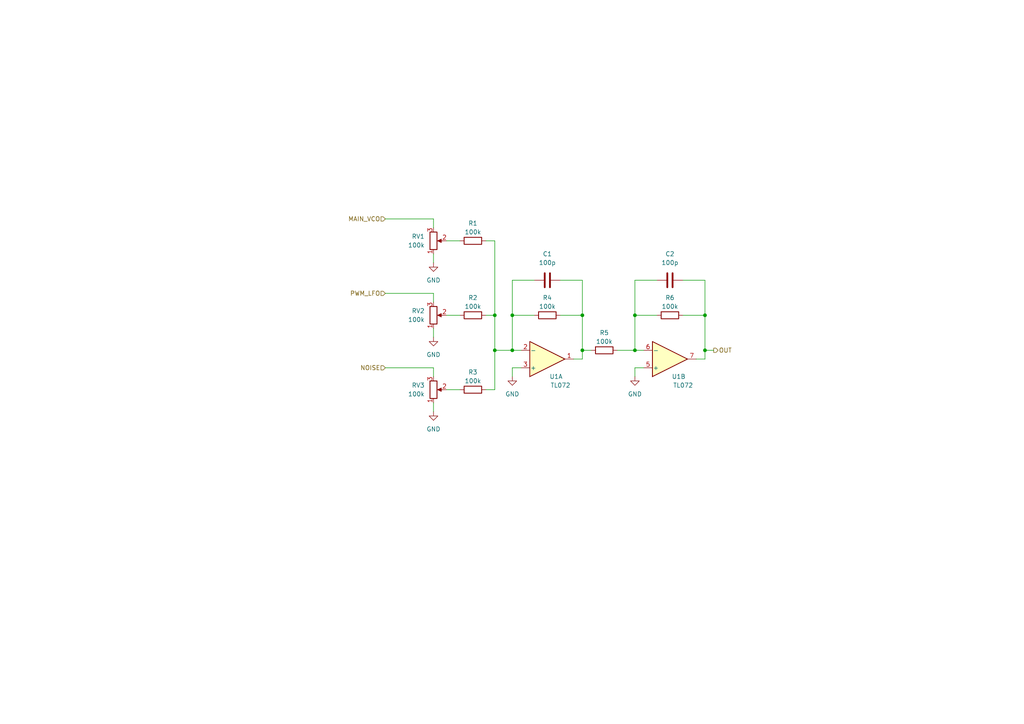
<source format=kicad_sch>
(kicad_sch (version 20211123) (generator eeschema)
  (paper "A4")
  (title_block (title "Josh Ox Ribbon Synth Sample and Hold Board") (date "2022-06-09") (rev "0") (comment 1 "creativecommons.org/licences/by/4.0") (comment 2 "License: CC by 4.0") (comment 3 "Author: Jordan Aceto"))
  (lib_symbols
    (symbol "Amplifier_Operational:TL072" (pin_names (offset 0.127))
      (property "Reference" "U" (at 0 5.08 0))
      (property "Value" "TL072" (at 0 -5.08 0))
      (symbol "TL072_1_1"
        (polyline (pts (xy -5.08 5.08) (xy 5.08 0) (xy -5.08 -5.08) (xy -5.08 5.08)) (stroke (width 0.254)) (fill (type background)))
        (pin output line (at 7.62 0 180) (length 2.54) (name "~") (number "1"))
        (pin input line (at -7.62 -2.54 0) (length 2.54) (name "-") (number "2"))
        (pin input line (at -7.62 2.54 0) (length 2.54) (name "+") (number "3"))
      )
      (symbol "TL072_2_1"
        (polyline (pts (xy -5.08 5.08) (xy 5.08 0) (xy -5.08 -5.08) (xy -5.08 5.08)) (stroke (width 0.254)) (fill (type background)))
        (pin input line (at -7.62 2.54 0) (length 2.54) (name "+") (number "5"))
        (pin input line (at -7.62 -2.54 0) (length 2.54) (name "-") (number "6"))
        (pin output line (at 7.62 0 180) (length 2.54) (name "~") (number "7"))
      )
      (symbol "TL072_3_1"
        (pin power_in line (at -2.54 -7.62 90) (length 3.81) (name "V-") (number "4"))
        (pin power_in line (at -2.54 7.62 270) (length 3.81) (name "V+") (number "8"))
      )
    )
    (symbol "Device:C" (pin_numbers hide) (pin_names (offset 0.254))
      (property "Reference" "C" (at 0.635 2.54 0))
      (property "Value" "C" (at 0.635 -2.54 0))
      (symbol "C_0_1"
        (polyline (pts (xy -2.032 -0.762) (xy 2.032 -0.762)) (stroke (width 0.508)))
        (polyline (pts (xy -2.032 0.762) (xy 2.032 0.762)) (stroke (width 0.508)))
      )
      (symbol "C_1_1"
        (pin passive line (at 0 3.81 270) (length 2.794) (name "~") (number "1"))
        (pin passive line (at 0 -3.81 90) (length 2.794) (name "~") (number "2"))
      )
    )
    (symbol "Device:R" (pin_numbers hide) (pin_names (offset 0))
      (property "Reference" "R" (at 2.032 0 90))
      (property "Value" "R" (at 0 0 90))
      (symbol "R_0_1"
        (rectangle (start -1.016 -2.54) (end 1.016 2.54) (stroke (width 0.254)))
      )
      (symbol "R_1_1"
        (pin passive line (at 0 3.81 270) (length 1.27) (name "~") (number "1"))
        (pin passive line (at 0 -3.81 90) (length 1.27) (name "~") (number "2"))
      )
    )
    (symbol "Device:R_Potentiometer" (pin_names (offset 1.016) hide)
      (property "Reference" "RV" (at -4.445 0 90))
      (property "Value" "R_Potentiometer" (at -2.54 0 90))
      (symbol "R_Potentiometer_0_1"
        (polyline (pts (xy 2.54 0) (xy 1.524 0)))
        (polyline (pts (xy 1.143 0) (xy 2.286 0.508) (xy 2.286 -0.508) (xy 1.143 0)) (fill (type outline)))
        (rectangle (start 1.016 2.54) (end -1.016 -2.54) (stroke (width 0.254)))
      )
      (symbol "R_Potentiometer_1_1"
        (pin passive line (at 0 3.81 270) (length 1.27) (name "1") (number "1"))
        (pin passive line (at 3.81 0 180) (length 1.27) (name "2") (number "2"))
        (pin passive line (at 0 -3.81 90) (length 1.27) (name "3") (number "3"))
      )
    )
    (symbol "power:GND" (power) (pin_names (offset 0))
      (property "Value" "GND" (at 0 -3.81 0))
      (symbol "GND_0_1"
        (polyline (pts (xy 0 0) (xy 0 -1.27) (xy 1.27 -1.27) (xy 0 -2.54) (xy -1.27 -1.27) (xy 0 -1.27)))
      )
      (symbol "GND_1_1"
        (pin power_in line (at 0 0 270) (length 0) hide (name "GND") (number "1"))
      )
    )
  )
  (junction (at 143.51 101.6))
  (junction (at 148.59 91.44))
  (junction (at 204.47 91.44))
  (junction (at 168.91 101.6))
  (junction (at 168.91 91.44))
  (junction (at 204.47 101.6))
  (junction (at 184.15 91.44))
  (junction (at 143.51 91.44))
  (junction (at 148.59 101.6))
  (junction (at 184.15 101.6))
  (wire (pts (xy 186.69 101.6) (xy 184.15 101.6)))
  (wire (pts (xy 204.47 101.6) (xy 207.01 101.6)))
  (wire (pts (xy 143.51 113.03) (xy 143.51 101.6)))
  (wire (pts (xy 125.73 76.2) (xy 125.73 73.66)))
  (wire (pts (xy 148.59 106.68) (xy 151.13 106.68)))
  (wire (pts (xy 179.07 101.6) (xy 184.15 101.6)))
  (wire (pts (xy 125.73 106.68) (xy 125.73 109.22)))
  (wire (pts (xy 201.93 104.14) (xy 204.47 104.14)))
  (wire (pts (xy 204.47 91.44) (xy 198.12 91.44)))
  (wire (pts (xy 129.54 113.03) (xy 133.35 113.03)))
  (wire (pts (xy 184.15 81.28) (xy 184.15 91.44)))
  (wire (pts (xy 184.15 106.68) (xy 186.69 106.68)))
  (wire (pts (xy 148.59 109.22) (xy 148.59 106.68)))
  (wire (pts (xy 190.5 81.28) (xy 184.15 81.28)))
  (wire (pts (xy 168.91 104.14) (xy 168.91 101.6)))
  (wire (pts (xy 184.15 91.44) (xy 190.5 91.44)))
  (wire (pts (xy 129.54 69.85) (xy 133.35 69.85)))
  (wire (pts (xy 154.94 81.28) (xy 148.59 81.28)))
  (wire (pts (xy 125.73 63.5) (xy 125.73 66.04)))
  (wire (pts (xy 184.15 109.22) (xy 184.15 106.68)))
  (wire (pts (xy 168.91 101.6) (xy 171.45 101.6)))
  (wire (pts (xy 111.76 63.5) (xy 125.73 63.5)))
  (wire (pts (xy 140.97 113.03) (xy 143.51 113.03)))
  (wire (pts (xy 143.51 91.44) (xy 143.51 69.85)))
  (wire (pts (xy 125.73 119.38) (xy 125.73 116.84)))
  (wire (pts (xy 204.47 101.6) (xy 204.47 91.44)))
  (wire (pts (xy 143.51 69.85) (xy 140.97 69.85)))
  (wire (pts (xy 148.59 91.44) (xy 154.94 91.44)))
  (wire (pts (xy 204.47 81.28) (xy 204.47 91.44)))
  (wire (pts (xy 168.91 81.28) (xy 168.91 91.44)))
  (wire (pts (xy 168.91 91.44) (xy 162.56 91.44)))
  (wire (pts (xy 204.47 104.14) (xy 204.47 101.6)))
  (wire (pts (xy 111.76 85.09) (xy 125.73 85.09)))
  (wire (pts (xy 148.59 101.6) (xy 148.59 91.44)))
  (wire (pts (xy 148.59 81.28) (xy 148.59 91.44)))
  (wire (pts (xy 140.97 91.44) (xy 143.51 91.44)))
  (wire (pts (xy 162.56 81.28) (xy 168.91 81.28)))
  (wire (pts (xy 125.73 85.09) (xy 125.73 87.63)))
  (wire (pts (xy 198.12 81.28) (xy 204.47 81.28)))
  (wire (pts (xy 151.13 101.6) (xy 148.59 101.6)))
  (wire (pts (xy 168.91 101.6) (xy 168.91 91.44)))
  (wire (pts (xy 111.76 106.68) (xy 125.73 106.68)))
  (wire (pts (xy 143.51 101.6) (xy 143.51 91.44)))
  (wire (pts (xy 129.54 91.44) (xy 133.35 91.44)))
  (wire (pts (xy 125.73 97.79) (xy 125.73 95.25)))
  (wire (pts (xy 143.51 101.6) (xy 148.59 101.6)))
  (wire (pts (xy 184.15 101.6) (xy 184.15 91.44)))
  (wire (pts (xy 166.37 104.14) (xy 168.91 104.14)))
  (hierarchical_label "OUT" (shape output) (at 207.01 101.6 0))
  (hierarchical_label "NOISE" (shape input) (at 111.76 106.68 180))
  (hierarchical_label "PWM_LFO" (shape input) (at 111.76 85.09 180))
  (hierarchical_label "MAIN_VCO" (shape input) (at 111.76 63.5 180))
  (symbol (lib_id "Device:R") (at 175.26 101.6 90) (unit 1)
    (property "Reference" "R5" (at 175.26 96.52 90))
    (property "Value" "100k" (at 175.26 99.06 90))
    (property "Footprint" "Resistor_SMD:R_0805_2012Metric" (effects hide))
  )
  (symbol (lib_id "Device:R_Potentiometer") (at 125.73 69.85 0) (mirror x) (unit 1)
    (property "Reference" "RV1" (at 123.19 68.5799 0) (effects (justify right)))
    (property "Value" "100k" (at 123.19 71.1199 0) (effects (justify right)))
    (property "Footprint" "Potentiometer_THT:Potentiometer_Alpha_RD901F-40-00D_Single_Vertical" (effects hide))
  )
  (symbol (lib_id "Device:R_Potentiometer") (at 125.73 91.44 0) (mirror x) (unit 1)
    (property "Reference" "RV2" (at 123.19 90.1699 0) (effects (justify right)))
    (property "Value" "100k" (at 123.19 92.7099 0) (effects (justify right)))
    (property "Footprint" "Potentiometer_THT:Potentiometer_Alpha_RD901F-40-00D_Single_Vertical" (effects hide))
  )
  (symbol (lib_id "power:GND") (at 184.15 109.22 0) (unit 1)
    (property "Reference" "#PWR07" (effects hide))
    (property "Value" "GND" (at 184.15 114.3 0))
  )
  (symbol (lib_id "power:GND") (at 125.73 119.38 0) (unit 1)
    (property "Reference" "#PWR08" (effects hide))
    (property "Value" "GND" (at 125.73 124.46 0))
  )
  (symbol (lib_id "Device:R") (at 137.16 69.85 90) (unit 1)
    (property "Reference" "R1" (at 137.16 64.77 90))
    (property "Value" "100k" (at 137.16 67.31 90))
    (property "Footprint" "Resistor_SMD:R_0805_2012Metric" (effects hide))
  )
  (symbol (lib_id "power:GND") (at 148.59 109.22 0) (unit 1)
    (property "Reference" "#PWR06" (effects hide))
    (property "Value" "GND" (at 148.59 114.3 0))
  )
  (symbol (lib_id "power:GND") (at 125.73 97.79 0) (unit 1)
    (property "Reference" "#PWR05" (effects hide))
    (property "Value" "GND" (at 125.73 102.87 0))
  )
  (symbol (lib_id "Device:C") (at 158.75 81.28 90) (unit 1)
    (property "Reference" "C1" (at 158.75 73.66 90))
    (property "Value" "100p" (at 158.75 76.2 90))
    (property "Footprint" "Capacitor_SMD:C_0805_2012Metric" (effects hide))
  )
  (symbol (lib_id "Amplifier_Operational:TL072") (at 194.31 104.14 0) (mirror x) (unit 2)
    (property "Reference" "U1" (at 196.85 109.22 0))
    (property "Value" "TL072" (at 198.12 111.76 0))
    (property "Footprint" "Package_SO:SO-8_5.3x6.2mm_P1.27mm" (effects hide))
    (property "Datasheet" "http://www.ti.com/lit/ds/symlink/tl071.pdf" (effects hide))
  )
  (symbol (lib_id "Device:R") (at 194.31 91.44 90) (unit 1)
    (property "Reference" "R6" (at 194.31 86.36 90))
    (property "Value" "100k" (at 194.31 88.9 90))
    (property "Footprint" "Resistor_SMD:R_0805_2012Metric" (effects hide))
  )
  (symbol (lib_id "Device:R_Potentiometer") (at 125.73 113.03 0) (mirror x) (unit 1)
    (property "Reference" "RV3" (at 123.19 111.7599 0) (effects (justify right)))
    (property "Value" "100k" (at 123.19 114.2999 0) (effects (justify right)))
    (property "Footprint" "Potentiometer_THT:Potentiometer_Alpha_RD901F-40-00D_Single_Vertical" (effects hide))
  )
  (symbol (lib_id "Device:R") (at 158.75 91.44 90) (unit 1)
    (property "Reference" "R4" (at 158.75 86.36 90))
    (property "Value" "100k" (at 158.75 88.9 90))
    (property "Footprint" "Resistor_SMD:R_0805_2012Metric" (effects hide))
  )
  (symbol (lib_id "power:GND") (at 125.73 76.2 0) (unit 1)
    (property "Reference" "#PWR04" (effects hide))
    (property "Value" "GND" (at 125.73 81.28 0))
  )
  (symbol (lib_id "Device:C") (at 194.31 81.28 90) (unit 1)
    (property "Reference" "C2" (at 194.31 73.66 90))
    (property "Value" "100p" (at 194.31 76.2 90))
    (property "Footprint" "Capacitor_SMD:C_0805_2012Metric" (effects hide))
  )
  (symbol (lib_id "Device:R") (at 137.16 91.44 90) (unit 1)
    (property "Reference" "R2" (at 137.16 86.36 90))
    (property "Value" "100k" (at 137.16 88.9 90))
    (property "Footprint" "Resistor_SMD:R_0805_2012Metric" (effects hide))
  )
  (symbol (lib_id "Device:R") (at 137.16 113.03 90) (unit 1)
    (property "Reference" "R3" (at 137.16 107.95 90))
    (property "Value" "100k" (at 137.16 110.49 90))
    (property "Footprint" "Resistor_SMD:R_0805_2012Metric" (effects hide))
  )
  (symbol (lib_id "Amplifier_Operational:TL072") (at 158.75 104.14 0) (mirror x) (unit 1)
    (property "Reference" "U1" (at 161.29 109.22 0))
    (property "Value" "TL072" (at 162.56 111.76 0))
    (property "Footprint" "Package_SO:SO-8_5.3x6.2mm_P1.27mm" (effects hide))
    (property "Datasheet" "http://www.ti.com/lit/ds/symlink/tl071.pdf" (effects hide))
  )
)
</source>
